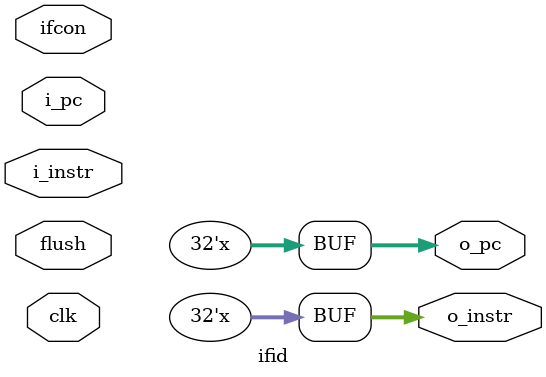
<source format=v>

module ifid( clk, i_instr, i_pc, o_instr, o_pc, flush, ifcon );

	input [31:0] i_instr, i_pc;
	input flush, ifcon, clk;
	output reg [31:0] o_instr, o_pc;

	reg [31:0] instr, pc;

	always@(*) begin

		o_instr <= instr;
		o_pc <= pc;

		if(flush) begin
			instr <= 0;
			pc <= 0;
			end

		end

	always @ (posedge clk) begin

		if(!ifcon) begin
		instr <= i_instr;
		pc <= i_pc;
		end

		end
endmodule
</source>
